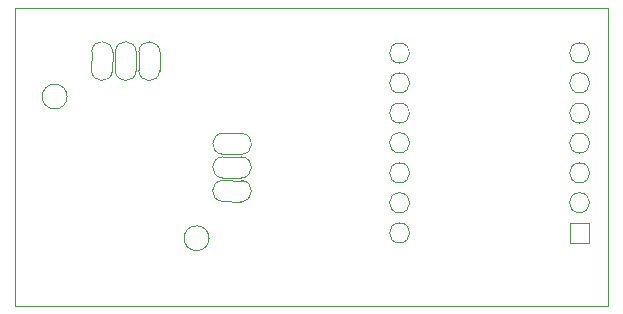
<source format=gbr>
%TF.GenerationSoftware,KiCad,Pcbnew,8.0.2-1*%
%TF.CreationDate,2024-05-23T15:55:47-04:00*%
%TF.ProjectId,humep1,68756d65-7031-42e6-9b69-6361645f7063,rev?*%
%TF.SameCoordinates,Original*%
%TF.FileFunction,Other,User*%
%FSLAX46Y46*%
G04 Gerber Fmt 4.6, Leading zero omitted, Abs format (unit mm)*
G04 Created by KiCad (PCBNEW 8.0.2-1) date 2024-05-23 15:55:47*
%MOMM*%
%LPD*%
G01*
G04 APERTURE LIST*
%ADD10C,0.100000*%
G04 APERTURE END LIST*
D10*
X37340000Y-52530000D02*
X87530000Y-52530000D01*
X87530000Y-77730000D01*
X37340000Y-77730000D01*
X37340000Y-52530000D01*
X85940000Y-70710000D02*
X85940000Y-72390000D01*
X84267500Y-70710000D02*
X85940000Y-70710000D01*
X85940000Y-72390000D02*
X84270000Y-72380000D01*
X84270000Y-72380000D02*
X84267500Y-70710000D01*
X85117531Y-68139778D02*
G75*
G02*
X85092531Y-68139410I-25014J-849973D01*
G01*
X85137531Y-65619778D02*
G75*
G02*
X85112531Y-65619410I-25014J-849973D01*
G01*
X85137531Y-63089778D02*
G75*
G02*
X85112531Y-63089410I-25014J-849973D01*
G01*
X85137531Y-60549778D02*
G75*
G02*
X85112531Y-60549410I-25014J-849973D01*
G01*
X85137531Y-57989778D02*
G75*
G02*
X85112531Y-57989410I-25014J-849973D01*
G01*
X85127531Y-55459778D02*
G75*
G02*
X85102531Y-55459410I-25014J-849973D01*
G01*
X69887531Y-70699778D02*
G75*
G02*
X69862531Y-70699410I-25014J-849973D01*
G01*
X69887531Y-68149778D02*
G75*
G02*
X69862531Y-68149410I-25014J-849973D01*
G01*
X69887531Y-65619778D02*
G75*
G02*
X69862531Y-65619410I-25014J-849973D01*
G01*
X69887531Y-63069778D02*
G75*
G02*
X69862531Y-63069410I-25014J-849973D01*
G01*
X69887531Y-60549778D02*
G75*
G02*
X69862531Y-60549410I-25014J-849973D01*
G01*
X69887531Y-57999778D02*
G75*
G02*
X69862531Y-57999410I-25014J-849973D01*
G01*
X69887531Y-55469778D02*
G75*
G02*
X69862531Y-55469410I-25015J-849973D01*
G01*
X54920246Y-65100532D02*
X56482301Y-65110277D01*
X56482301Y-65110277D02*
G75*
G02*
X56430000Y-66890000I-52269J-889094D01*
G01*
X54867945Y-66880255D02*
G75*
G02*
X54920246Y-65100532I52303J889093D01*
G01*
X54867945Y-66880255D02*
X56430000Y-66890000D01*
X54920246Y-67100532D02*
X56482301Y-67110277D01*
X56482301Y-67110277D02*
G75*
G02*
X56430000Y-68890000I-52269J-889094D01*
G01*
X54867945Y-68880255D02*
G75*
G02*
X54920246Y-67100532I52303J889093D01*
G01*
X54867945Y-68880255D02*
X56430000Y-68890000D01*
X49564469Y-56250244D02*
X49554724Y-57812299D01*
X47784746Y-56197943D02*
X47775001Y-57759998D01*
X47784746Y-56197943D02*
G75*
G02*
X49564469Y-56250244I889093J-52303D01*
G01*
X49554724Y-57812299D02*
G75*
G02*
X47775001Y-57759998I-889094J52269D01*
G01*
X47574469Y-56250244D02*
X47564724Y-57812299D01*
X45794746Y-56197943D02*
X45785001Y-57759998D01*
X45794746Y-56197943D02*
G75*
G02*
X47574469Y-56250244I889093J-52303D01*
G01*
X47564724Y-57812299D02*
G75*
G02*
X45785001Y-57759998I-889094J52269D01*
G01*
X45564469Y-56250244D02*
X45554724Y-57812299D01*
X43784746Y-56197943D02*
G75*
G02*
X45564469Y-56250244I889093J-52303D01*
G01*
X43784746Y-56197943D02*
X43775001Y-57759998D01*
X45554724Y-57812299D02*
G75*
G02*
X43775001Y-57759998I-889094J52269D01*
G01*
X52707547Y-70948979D02*
G75*
G02*
X52682548Y-70948681I-25023J-1050399D01*
G01*
X40690000Y-58950000D02*
G75*
G02*
X40665001Y-58949702I-25023J-1050399D01*
G01*
X52697547Y-70948979D02*
G75*
G02*
X52672548Y-70948681I-25023J-1050399D01*
G01*
X54877945Y-64890255D02*
G75*
G02*
X54930246Y-63110534I52302J889092D01*
G01*
X54877945Y-64890255D02*
X56440000Y-64900000D01*
X54930246Y-63110532D02*
X56492301Y-63120277D01*
X56492301Y-63120277D02*
G75*
G02*
X56440000Y-64900000I-52269J-889094D01*
G01*
M02*

</source>
